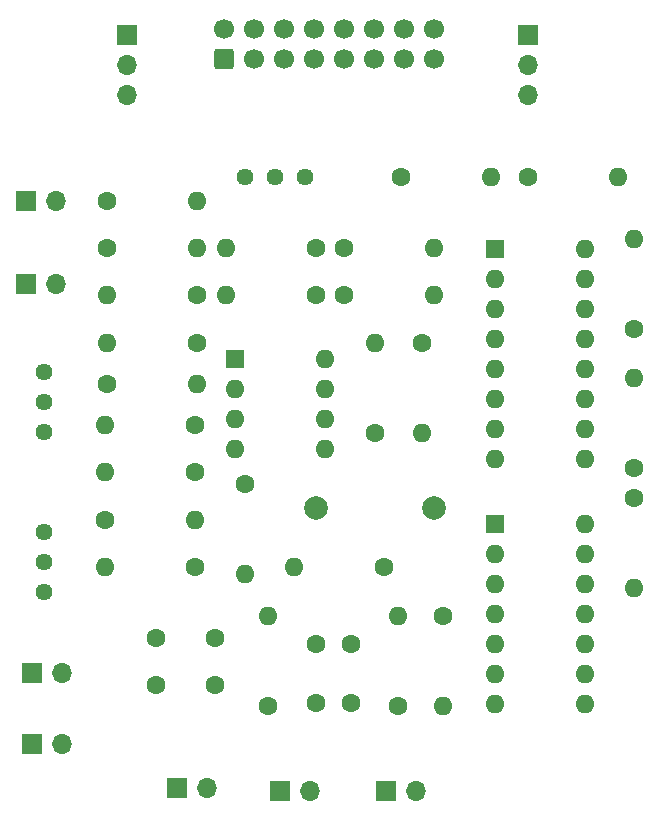
<source format=gbr>
%TF.GenerationSoftware,KiCad,Pcbnew,8.0.0*%
%TF.CreationDate,2024-03-09T23:20:09+01:00*%
%TF.ProjectId,Pure VCO,50757265-2056-4434-9f2e-6b696361645f,rev?*%
%TF.SameCoordinates,Original*%
%TF.FileFunction,Soldermask,Top*%
%TF.FilePolarity,Negative*%
%FSLAX46Y46*%
G04 Gerber Fmt 4.6, Leading zero omitted, Abs format (unit mm)*
G04 Created by KiCad (PCBNEW 8.0.0) date 2024-03-09 23:20:09*
%MOMM*%
%LPD*%
G01*
G04 APERTURE LIST*
G04 Aperture macros list*
%AMRoundRect*
0 Rectangle with rounded corners*
0 $1 Rounding radius*
0 $2 $3 $4 $5 $6 $7 $8 $9 X,Y pos of 4 corners*
0 Add a 4 corners polygon primitive as box body*
4,1,4,$2,$3,$4,$5,$6,$7,$8,$9,$2,$3,0*
0 Add four circle primitives for the rounded corners*
1,1,$1+$1,$2,$3*
1,1,$1+$1,$4,$5*
1,1,$1+$1,$6,$7*
1,1,$1+$1,$8,$9*
0 Add four rect primitives between the rounded corners*
20,1,$1+$1,$2,$3,$4,$5,0*
20,1,$1+$1,$4,$5,$6,$7,0*
20,1,$1+$1,$6,$7,$8,$9,0*
20,1,$1+$1,$8,$9,$2,$3,0*%
G04 Aperture macros list end*
%ADD10C,1.600000*%
%ADD11C,1.440000*%
%ADD12O,1.600000X1.600000*%
%ADD13R,1.700000X1.700000*%
%ADD14O,1.700000X1.700000*%
%ADD15R,1.600000X1.600000*%
%ADD16RoundRect,0.250000X0.600000X-0.600000X0.600000X0.600000X-0.600000X0.600000X-0.600000X-0.600000X0*%
%ADD17C,1.700000*%
%ADD18C,2.000000*%
G04 APERTURE END LIST*
D10*
%TO.C,C5*%
X75000000Y-89500000D03*
X75000000Y-94500000D03*
%TD*%
D11*
%TO.C,RV1*%
X49000000Y-66460000D03*
X49000000Y-69000000D03*
X49000000Y-71540000D03*
%TD*%
D10*
%TO.C,C4*%
X72000000Y-89500000D03*
X72000000Y-94500000D03*
%TD*%
%TO.C,R10*%
X79000000Y-94810000D03*
D12*
X79000000Y-87190000D03*
%TD*%
D10*
%TO.C,R5*%
X90000000Y-50000000D03*
D12*
X97620000Y-50000000D03*
%TD*%
D10*
%TO.C,R8*%
X61810000Y-83000000D03*
D12*
X54190000Y-83000000D03*
%TD*%
D10*
%TO.C,R15*%
X77810000Y-83000000D03*
D12*
X70190000Y-83000000D03*
%TD*%
D13*
%TO.C,J9*%
X90000000Y-37920000D03*
D14*
X90000000Y-40460000D03*
X90000000Y-43000000D03*
%TD*%
D10*
%TO.C,R2*%
X74380000Y-56000000D03*
D12*
X82000000Y-56000000D03*
%TD*%
D13*
%TO.C,J1*%
X48000000Y-92000000D03*
D14*
X50540000Y-92000000D03*
%TD*%
D13*
%TO.C,J4*%
X60265000Y-101735000D03*
D14*
X62805000Y-101735000D03*
%TD*%
D13*
%TO.C,J5*%
X69000000Y-102000000D03*
D14*
X71540000Y-102000000D03*
%TD*%
D10*
%TO.C,R1*%
X99000000Y-74620000D03*
D12*
X99000000Y-67000000D03*
%TD*%
D13*
%TO.C,J10*%
X78000000Y-102000000D03*
D14*
X80540000Y-102000000D03*
%TD*%
D10*
%TO.C,R7*%
X66000000Y-76000000D03*
D12*
X66000000Y-83620000D03*
%TD*%
D10*
%TO.C,R19*%
X62000000Y-60000000D03*
D12*
X54380000Y-60000000D03*
%TD*%
D10*
%TO.C,R24*%
X74380000Y-60000000D03*
D12*
X82000000Y-60000000D03*
%TD*%
D10*
%TO.C,R12*%
X68000000Y-94810000D03*
D12*
X68000000Y-87190000D03*
%TD*%
D10*
%TO.C,R14*%
X99000000Y-62810000D03*
D12*
X99000000Y-55190000D03*
%TD*%
D10*
%TO.C,R9*%
X54380000Y-67500000D03*
D12*
X62000000Y-67500000D03*
%TD*%
D10*
%TO.C,R4*%
X81000000Y-64000000D03*
D12*
X81000000Y-71620000D03*
%TD*%
D10*
%TO.C,R18*%
X54380000Y-56000000D03*
D12*
X62000000Y-56000000D03*
%TD*%
D15*
%TO.C,U2*%
X87200000Y-79375000D03*
D12*
X87200000Y-81915000D03*
X87200000Y-84455000D03*
X87200000Y-86995000D03*
X87200000Y-89535000D03*
X87200000Y-92075000D03*
X87200000Y-94615000D03*
X94820000Y-94615000D03*
X94820000Y-92075000D03*
X94820000Y-89535000D03*
X94820000Y-86995000D03*
X94820000Y-84455000D03*
X94820000Y-81915000D03*
X94820000Y-79375000D03*
%TD*%
D10*
%TO.C,R17*%
X54190000Y-79000000D03*
D12*
X61810000Y-79000000D03*
%TD*%
D10*
%TO.C,R19*%
X61810000Y-71000000D03*
D12*
X54190000Y-71000000D03*
%TD*%
D11*
%TO.C,RV3*%
X71080000Y-50000000D03*
X68540000Y-50000000D03*
X66000000Y-50000000D03*
%TD*%
D10*
%TO.C,R3*%
X72000000Y-56000000D03*
D12*
X64380000Y-56000000D03*
%TD*%
D10*
%TO.C,R16*%
X54380000Y-52000000D03*
D12*
X62000000Y-52000000D03*
%TD*%
D10*
%TO.C,C3*%
X58500000Y-93000000D03*
X63500000Y-93000000D03*
%TD*%
%TO.C,R23*%
X72000000Y-60000000D03*
D12*
X64380000Y-60000000D03*
%TD*%
D13*
%TO.C,J8*%
X47460000Y-52000000D03*
D14*
X50000000Y-52000000D03*
%TD*%
D10*
%TO.C,R22*%
X77000000Y-71620000D03*
D12*
X77000000Y-64000000D03*
%TD*%
D10*
%TO.C,C2*%
X58500000Y-89000000D03*
X63500000Y-89000000D03*
%TD*%
D11*
%TO.C,RV2*%
X49000000Y-85080000D03*
X49000000Y-82540000D03*
X49000000Y-80000000D03*
%TD*%
D13*
%TO.C,J6*%
X56000000Y-38000000D03*
D14*
X56000000Y-40540000D03*
X56000000Y-43080000D03*
%TD*%
D10*
%TO.C,R6*%
X79190000Y-50000000D03*
D12*
X86810000Y-50000000D03*
%TD*%
D15*
%TO.C,U1*%
X87200000Y-56100000D03*
D12*
X87200000Y-58640000D03*
X87200000Y-61180000D03*
X87200000Y-63720000D03*
X87200000Y-66260000D03*
X87200000Y-68800000D03*
X87200000Y-71340000D03*
X87200000Y-73880000D03*
X94820000Y-73880000D03*
X94820000Y-71340000D03*
X94820000Y-68800000D03*
X94820000Y-66260000D03*
X94820000Y-63720000D03*
X94820000Y-61180000D03*
X94820000Y-58640000D03*
X94820000Y-56100000D03*
%TD*%
D10*
%TO.C,R25*%
X61810000Y-75000000D03*
D12*
X54190000Y-75000000D03*
%TD*%
D16*
%TO.C,J2*%
X64220000Y-40000000D03*
D17*
X64220000Y-37460000D03*
X66760000Y-40000000D03*
X66760000Y-37460000D03*
X69300000Y-40000000D03*
X69300000Y-37460000D03*
X71840000Y-40000000D03*
X71840000Y-37460000D03*
X74380000Y-40000000D03*
X74380000Y-37460000D03*
X76920000Y-40000000D03*
X76920000Y-37460000D03*
X79460000Y-40000000D03*
X79460000Y-37460000D03*
X82000000Y-40000000D03*
X82000000Y-37460000D03*
%TD*%
D18*
%TO.C,C1*%
X72000000Y-78000000D03*
X82000000Y-78000000D03*
%TD*%
D10*
%TO.C,R18*%
X62000000Y-64000000D03*
D12*
X54380000Y-64000000D03*
%TD*%
D13*
%TO.C,J7*%
X47460000Y-59000000D03*
D14*
X50000000Y-59000000D03*
%TD*%
D15*
%TO.C,U3*%
X65200000Y-65380000D03*
D12*
X65200000Y-67920000D03*
X65200000Y-70460000D03*
X65200000Y-73000000D03*
X72820000Y-73000000D03*
X72820000Y-70460000D03*
X72820000Y-67920000D03*
X72820000Y-65380000D03*
%TD*%
D10*
%TO.C,R11*%
X82810000Y-87190000D03*
D12*
X82810000Y-94810000D03*
%TD*%
D13*
%TO.C,J3*%
X48000000Y-98000000D03*
D14*
X50540000Y-98000000D03*
%TD*%
D10*
%TO.C,R13*%
X99000000Y-77190000D03*
D12*
X99000000Y-84810000D03*
%TD*%
M02*

</source>
